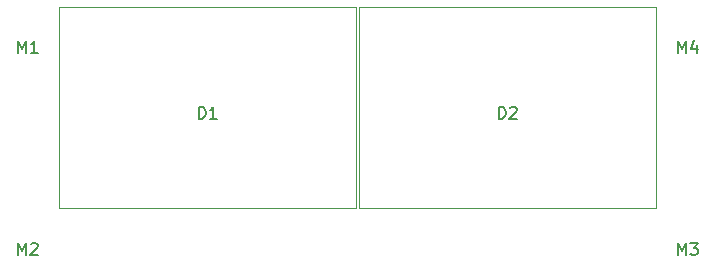
<source format=gbr>
%TF.GenerationSoftware,KiCad,Pcbnew,5.1.6-c6e7f7d~86~ubuntu18.04.1*%
%TF.CreationDate,2020-05-27T04:41:55+02:00*%
%TF.ProjectId,LED-display_x4,4c45442d-6469-4737-906c-61795f78342e,1.0*%
%TF.SameCoordinates,PX463f660PY525bfc0*%
%TF.FileFunction,Legend,Top*%
%TF.FilePolarity,Positive*%
%FSLAX46Y46*%
G04 Gerber Fmt 4.6, Leading zero omitted, Abs format (unit mm)*
G04 Created by KiCad (PCBNEW 5.1.6-c6e7f7d~86~ubuntu18.04.1) date 2020-05-27 04:41:55*
%MOMM*%
%LPD*%
G01*
G04 APERTURE LIST*
%ADD10C,0.120000*%
%ADD11C,0.150000*%
%ADD12C,2.300000*%
%ADD13O,1.800000X1.800000*%
%ADD14R,1.800000X1.800000*%
%ADD15C,1.217600*%
%ADD16R,1.217600X1.217600*%
G04 APERTURE END LIST*
D10*
%TO.C,D1*%
X5207000Y26290000D02*
X5207000Y9270000D01*
X5207000Y9270000D02*
X30353000Y9270000D01*
X30353000Y26290000D02*
X30353000Y9270000D01*
X5207000Y26290000D02*
X30353000Y26290000D01*
%TO.C,D2*%
X30607000Y26290000D02*
X30607000Y9270000D01*
X30607000Y9270000D02*
X55753000Y9270000D01*
X55753000Y26290000D02*
X55753000Y9270000D01*
X30607000Y26290000D02*
X55753000Y26290000D01*
%TO.C,M4*%
D11*
X57610476Y22407620D02*
X57610476Y23407620D01*
X57943809Y22693334D01*
X58277142Y23407620D01*
X58277142Y22407620D01*
X59181904Y23074286D02*
X59181904Y22407620D01*
X58943809Y23455239D02*
X58705714Y22740953D01*
X59324761Y22740953D01*
%TO.C,M3*%
X57610476Y5287620D02*
X57610476Y6287620D01*
X57943809Y5573334D01*
X58277142Y6287620D01*
X58277142Y5287620D01*
X58658095Y6287620D02*
X59277142Y6287620D01*
X58943809Y5906667D01*
X59086666Y5906667D01*
X59181904Y5859048D01*
X59229523Y5811429D01*
X59277142Y5716191D01*
X59277142Y5478096D01*
X59229523Y5382858D01*
X59181904Y5335239D01*
X59086666Y5287620D01*
X58800952Y5287620D01*
X58705714Y5335239D01*
X58658095Y5382858D01*
%TO.C,M2*%
X1730476Y5287620D02*
X1730476Y6287620D01*
X2063809Y5573334D01*
X2397142Y6287620D01*
X2397142Y5287620D01*
X2825714Y6192381D02*
X2873333Y6240000D01*
X2968571Y6287620D01*
X3206666Y6287620D01*
X3301904Y6240000D01*
X3349523Y6192381D01*
X3397142Y6097143D01*
X3397142Y6001905D01*
X3349523Y5859048D01*
X2778095Y5287620D01*
X3397142Y5287620D01*
%TO.C,M1*%
X1730476Y22407620D02*
X1730476Y23407620D01*
X2063809Y22693334D01*
X2397142Y23407620D01*
X2397142Y22407620D01*
X3397142Y22407620D02*
X2825714Y22407620D01*
X3111428Y22407620D02*
X3111428Y23407620D01*
X3016190Y23264762D01*
X2920952Y23169524D01*
X2825714Y23121905D01*
%TO.C,D1*%
X17041904Y16827620D02*
X17041904Y17827620D01*
X17280000Y17827620D01*
X17422857Y17780000D01*
X17518095Y17684762D01*
X17565714Y17589524D01*
X17613333Y17399048D01*
X17613333Y17256191D01*
X17565714Y17065715D01*
X17518095Y16970477D01*
X17422857Y16875239D01*
X17280000Y16827620D01*
X17041904Y16827620D01*
X18565714Y16827620D02*
X17994285Y16827620D01*
X18280000Y16827620D02*
X18280000Y17827620D01*
X18184761Y17684762D01*
X18089523Y17589524D01*
X17994285Y17541905D01*
%TO.C,D2*%
X42441904Y16827620D02*
X42441904Y17827620D01*
X42680000Y17827620D01*
X42822857Y17780000D01*
X42918095Y17684762D01*
X42965714Y17589524D01*
X43013333Y17399048D01*
X43013333Y17256191D01*
X42965714Y17065715D01*
X42918095Y16970477D01*
X42822857Y16875239D01*
X42680000Y16827620D01*
X42441904Y16827620D01*
X43394285Y17732381D02*
X43441904Y17780000D01*
X43537142Y17827620D01*
X43775238Y17827620D01*
X43870476Y17780000D01*
X43918095Y17732381D01*
X43965714Y17637143D01*
X43965714Y17541905D01*
X43918095Y17399048D01*
X43346666Y16827620D01*
X43965714Y16827620D01*
%TD*%
%LPC*%
D12*
%TO.C,M4*%
X58420000Y26670000D03*
%TD*%
%TO.C,M3*%
X58420000Y2540000D03*
%TD*%
%TO.C,M2*%
X2540000Y2540000D03*
%TD*%
%TO.C,M1*%
X2540000Y26670000D03*
%TD*%
D13*
%TO.C,J2*%
X53340000Y3810000D03*
X53340000Y6350000D03*
X50800000Y3810000D03*
X50800000Y6350000D03*
X48260000Y3810000D03*
X48260000Y6350000D03*
X45720000Y3810000D03*
X45720000Y6350000D03*
X43180000Y3810000D03*
X43180000Y6350000D03*
X40640000Y3810000D03*
X40640000Y6350000D03*
X38100000Y3810000D03*
X38100000Y6350000D03*
X35560000Y3810000D03*
X35560000Y6350000D03*
X33020000Y3810000D03*
D14*
X33020000Y6350000D03*
%TD*%
D13*
%TO.C,J1*%
X27940000Y3810000D03*
X27940000Y6350000D03*
X25400000Y3810000D03*
X25400000Y6350000D03*
X22860000Y3810000D03*
X22860000Y6350000D03*
X20320000Y3810000D03*
X20320000Y6350000D03*
X17780000Y3810000D03*
X17780000Y6350000D03*
X15240000Y3810000D03*
X15240000Y6350000D03*
X12700000Y3810000D03*
X12700000Y6350000D03*
X10160000Y3810000D03*
X10160000Y6350000D03*
X7620000Y3810000D03*
D14*
X7620000Y6350000D03*
%TD*%
D15*
%TO.C,D1*%
X27940000Y25400000D03*
X25400000Y25400000D03*
X22860000Y25400000D03*
X20320000Y25400000D03*
X17780000Y25400000D03*
X15240000Y25400000D03*
X12700000Y25400000D03*
X10160000Y25400000D03*
X7620000Y25400000D03*
X27940000Y10160000D03*
X25400000Y10160000D03*
X22860000Y10160000D03*
X20320000Y10160000D03*
X17780000Y10160000D03*
X15240000Y10160000D03*
X12700000Y10160000D03*
X10160000Y10160000D03*
D16*
X7620000Y10160000D03*
%TD*%
D15*
%TO.C,D2*%
X53340000Y25400000D03*
X50800000Y25400000D03*
X48260000Y25400000D03*
X45720000Y25400000D03*
X43180000Y25400000D03*
X40640000Y25400000D03*
X38100000Y25400000D03*
X35560000Y25400000D03*
X33020000Y25400000D03*
X53340000Y10160000D03*
X50800000Y10160000D03*
X48260000Y10160000D03*
X45720000Y10160000D03*
X43180000Y10160000D03*
X40640000Y10160000D03*
X38100000Y10160000D03*
X35560000Y10160000D03*
D16*
X33020000Y10160000D03*
%TD*%
M02*

</source>
